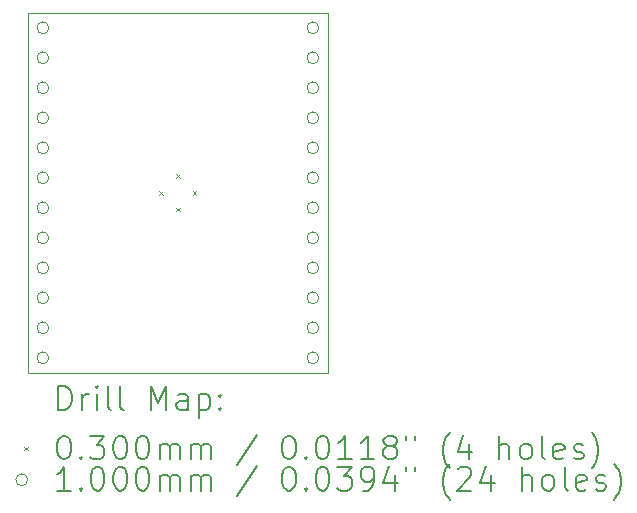
<source format=gbr>
%TF.GenerationSoftware,KiCad,Pcbnew,9.0.6*%
%TF.CreationDate,2025-12-31T14:00:52-06:00*%
%TF.ProjectId,QFN-20_4x4,51464e2d-3230-45f3-9478-342e6b696361,rev?*%
%TF.SameCoordinates,Original*%
%TF.FileFunction,Drillmap*%
%TF.FilePolarity,Positive*%
%FSLAX45Y45*%
G04 Gerber Fmt 4.5, Leading zero omitted, Abs format (unit mm)*
G04 Created by KiCad (PCBNEW 9.0.6) date 2025-12-31 14:00:52*
%MOMM*%
%LPD*%
G01*
G04 APERTURE LIST*
%ADD10C,0.050000*%
%ADD11C,0.200000*%
%ADD12C,0.100000*%
G04 APERTURE END LIST*
D10*
X12573000Y-10541000D02*
X15113000Y-10541000D01*
X15113000Y-13589000D01*
X12573000Y-13589000D01*
X12573000Y-10541000D01*
D11*
D12*
X13686579Y-12050000D02*
X13716579Y-12080000D01*
X13716579Y-12050000D02*
X13686579Y-12080000D01*
X13828000Y-11908579D02*
X13858000Y-11938579D01*
X13858000Y-11908579D02*
X13828000Y-11938579D01*
X13828000Y-12191421D02*
X13858000Y-12221421D01*
X13858000Y-12191421D02*
X13828000Y-12221421D01*
X13969421Y-12050000D02*
X13999421Y-12080000D01*
X13999421Y-12050000D02*
X13969421Y-12080000D01*
X12750000Y-10668000D02*
G75*
G02*
X12650000Y-10668000I-50000J0D01*
G01*
X12650000Y-10668000D02*
G75*
G02*
X12750000Y-10668000I50000J0D01*
G01*
X12750000Y-10922000D02*
G75*
G02*
X12650000Y-10922000I-50000J0D01*
G01*
X12650000Y-10922000D02*
G75*
G02*
X12750000Y-10922000I50000J0D01*
G01*
X12750000Y-11176000D02*
G75*
G02*
X12650000Y-11176000I-50000J0D01*
G01*
X12650000Y-11176000D02*
G75*
G02*
X12750000Y-11176000I50000J0D01*
G01*
X12750000Y-11430000D02*
G75*
G02*
X12650000Y-11430000I-50000J0D01*
G01*
X12650000Y-11430000D02*
G75*
G02*
X12750000Y-11430000I50000J0D01*
G01*
X12750000Y-11684000D02*
G75*
G02*
X12650000Y-11684000I-50000J0D01*
G01*
X12650000Y-11684000D02*
G75*
G02*
X12750000Y-11684000I50000J0D01*
G01*
X12750000Y-11938000D02*
G75*
G02*
X12650000Y-11938000I-50000J0D01*
G01*
X12650000Y-11938000D02*
G75*
G02*
X12750000Y-11938000I50000J0D01*
G01*
X12750000Y-12192000D02*
G75*
G02*
X12650000Y-12192000I-50000J0D01*
G01*
X12650000Y-12192000D02*
G75*
G02*
X12750000Y-12192000I50000J0D01*
G01*
X12750000Y-12446000D02*
G75*
G02*
X12650000Y-12446000I-50000J0D01*
G01*
X12650000Y-12446000D02*
G75*
G02*
X12750000Y-12446000I50000J0D01*
G01*
X12750000Y-12700000D02*
G75*
G02*
X12650000Y-12700000I-50000J0D01*
G01*
X12650000Y-12700000D02*
G75*
G02*
X12750000Y-12700000I50000J0D01*
G01*
X12750000Y-12954000D02*
G75*
G02*
X12650000Y-12954000I-50000J0D01*
G01*
X12650000Y-12954000D02*
G75*
G02*
X12750000Y-12954000I50000J0D01*
G01*
X12750000Y-13208000D02*
G75*
G02*
X12650000Y-13208000I-50000J0D01*
G01*
X12650000Y-13208000D02*
G75*
G02*
X12750000Y-13208000I50000J0D01*
G01*
X12750000Y-13462000D02*
G75*
G02*
X12650000Y-13462000I-50000J0D01*
G01*
X12650000Y-13462000D02*
G75*
G02*
X12750000Y-13462000I50000J0D01*
G01*
X15036000Y-10668000D02*
G75*
G02*
X14936000Y-10668000I-50000J0D01*
G01*
X14936000Y-10668000D02*
G75*
G02*
X15036000Y-10668000I50000J0D01*
G01*
X15036000Y-10922000D02*
G75*
G02*
X14936000Y-10922000I-50000J0D01*
G01*
X14936000Y-10922000D02*
G75*
G02*
X15036000Y-10922000I50000J0D01*
G01*
X15036000Y-11176000D02*
G75*
G02*
X14936000Y-11176000I-50000J0D01*
G01*
X14936000Y-11176000D02*
G75*
G02*
X15036000Y-11176000I50000J0D01*
G01*
X15036000Y-11430000D02*
G75*
G02*
X14936000Y-11430000I-50000J0D01*
G01*
X14936000Y-11430000D02*
G75*
G02*
X15036000Y-11430000I50000J0D01*
G01*
X15036000Y-11684000D02*
G75*
G02*
X14936000Y-11684000I-50000J0D01*
G01*
X14936000Y-11684000D02*
G75*
G02*
X15036000Y-11684000I50000J0D01*
G01*
X15036000Y-11938000D02*
G75*
G02*
X14936000Y-11938000I-50000J0D01*
G01*
X14936000Y-11938000D02*
G75*
G02*
X15036000Y-11938000I50000J0D01*
G01*
X15036000Y-12192000D02*
G75*
G02*
X14936000Y-12192000I-50000J0D01*
G01*
X14936000Y-12192000D02*
G75*
G02*
X15036000Y-12192000I50000J0D01*
G01*
X15036000Y-12446000D02*
G75*
G02*
X14936000Y-12446000I-50000J0D01*
G01*
X14936000Y-12446000D02*
G75*
G02*
X15036000Y-12446000I50000J0D01*
G01*
X15036000Y-12700000D02*
G75*
G02*
X14936000Y-12700000I-50000J0D01*
G01*
X14936000Y-12700000D02*
G75*
G02*
X15036000Y-12700000I50000J0D01*
G01*
X15036000Y-12954000D02*
G75*
G02*
X14936000Y-12954000I-50000J0D01*
G01*
X14936000Y-12954000D02*
G75*
G02*
X15036000Y-12954000I50000J0D01*
G01*
X15036000Y-13208000D02*
G75*
G02*
X14936000Y-13208000I-50000J0D01*
G01*
X14936000Y-13208000D02*
G75*
G02*
X15036000Y-13208000I50000J0D01*
G01*
X15036000Y-13462000D02*
G75*
G02*
X14936000Y-13462000I-50000J0D01*
G01*
X14936000Y-13462000D02*
G75*
G02*
X15036000Y-13462000I50000J0D01*
G01*
D11*
X12831277Y-13902984D02*
X12831277Y-13702984D01*
X12831277Y-13702984D02*
X12878896Y-13702984D01*
X12878896Y-13702984D02*
X12907467Y-13712508D01*
X12907467Y-13712508D02*
X12926515Y-13731555D01*
X12926515Y-13731555D02*
X12936039Y-13750603D01*
X12936039Y-13750603D02*
X12945562Y-13788698D01*
X12945562Y-13788698D02*
X12945562Y-13817269D01*
X12945562Y-13817269D02*
X12936039Y-13855365D01*
X12936039Y-13855365D02*
X12926515Y-13874412D01*
X12926515Y-13874412D02*
X12907467Y-13893460D01*
X12907467Y-13893460D02*
X12878896Y-13902984D01*
X12878896Y-13902984D02*
X12831277Y-13902984D01*
X13031277Y-13902984D02*
X13031277Y-13769650D01*
X13031277Y-13807746D02*
X13040801Y-13788698D01*
X13040801Y-13788698D02*
X13050324Y-13779174D01*
X13050324Y-13779174D02*
X13069372Y-13769650D01*
X13069372Y-13769650D02*
X13088420Y-13769650D01*
X13155086Y-13902984D02*
X13155086Y-13769650D01*
X13155086Y-13702984D02*
X13145562Y-13712508D01*
X13145562Y-13712508D02*
X13155086Y-13722031D01*
X13155086Y-13722031D02*
X13164610Y-13712508D01*
X13164610Y-13712508D02*
X13155086Y-13702984D01*
X13155086Y-13702984D02*
X13155086Y-13722031D01*
X13278896Y-13902984D02*
X13259848Y-13893460D01*
X13259848Y-13893460D02*
X13250324Y-13874412D01*
X13250324Y-13874412D02*
X13250324Y-13702984D01*
X13383658Y-13902984D02*
X13364610Y-13893460D01*
X13364610Y-13893460D02*
X13355086Y-13874412D01*
X13355086Y-13874412D02*
X13355086Y-13702984D01*
X13612229Y-13902984D02*
X13612229Y-13702984D01*
X13612229Y-13702984D02*
X13678896Y-13845841D01*
X13678896Y-13845841D02*
X13745562Y-13702984D01*
X13745562Y-13702984D02*
X13745562Y-13902984D01*
X13926515Y-13902984D02*
X13926515Y-13798222D01*
X13926515Y-13798222D02*
X13916991Y-13779174D01*
X13916991Y-13779174D02*
X13897943Y-13769650D01*
X13897943Y-13769650D02*
X13859848Y-13769650D01*
X13859848Y-13769650D02*
X13840801Y-13779174D01*
X13926515Y-13893460D02*
X13907467Y-13902984D01*
X13907467Y-13902984D02*
X13859848Y-13902984D01*
X13859848Y-13902984D02*
X13840801Y-13893460D01*
X13840801Y-13893460D02*
X13831277Y-13874412D01*
X13831277Y-13874412D02*
X13831277Y-13855365D01*
X13831277Y-13855365D02*
X13840801Y-13836317D01*
X13840801Y-13836317D02*
X13859848Y-13826793D01*
X13859848Y-13826793D02*
X13907467Y-13826793D01*
X13907467Y-13826793D02*
X13926515Y-13817269D01*
X14021753Y-13769650D02*
X14021753Y-13969650D01*
X14021753Y-13779174D02*
X14040801Y-13769650D01*
X14040801Y-13769650D02*
X14078896Y-13769650D01*
X14078896Y-13769650D02*
X14097943Y-13779174D01*
X14097943Y-13779174D02*
X14107467Y-13788698D01*
X14107467Y-13788698D02*
X14116991Y-13807746D01*
X14116991Y-13807746D02*
X14116991Y-13864888D01*
X14116991Y-13864888D02*
X14107467Y-13883936D01*
X14107467Y-13883936D02*
X14097943Y-13893460D01*
X14097943Y-13893460D02*
X14078896Y-13902984D01*
X14078896Y-13902984D02*
X14040801Y-13902984D01*
X14040801Y-13902984D02*
X14021753Y-13893460D01*
X14202705Y-13883936D02*
X14212229Y-13893460D01*
X14212229Y-13893460D02*
X14202705Y-13902984D01*
X14202705Y-13902984D02*
X14193182Y-13893460D01*
X14193182Y-13893460D02*
X14202705Y-13883936D01*
X14202705Y-13883936D02*
X14202705Y-13902984D01*
X14202705Y-13779174D02*
X14212229Y-13788698D01*
X14212229Y-13788698D02*
X14202705Y-13798222D01*
X14202705Y-13798222D02*
X14193182Y-13788698D01*
X14193182Y-13788698D02*
X14202705Y-13779174D01*
X14202705Y-13779174D02*
X14202705Y-13798222D01*
D12*
X12540500Y-14216500D02*
X12570500Y-14246500D01*
X12570500Y-14216500D02*
X12540500Y-14246500D01*
D11*
X12869372Y-14122984D02*
X12888420Y-14122984D01*
X12888420Y-14122984D02*
X12907467Y-14132508D01*
X12907467Y-14132508D02*
X12916991Y-14142031D01*
X12916991Y-14142031D02*
X12926515Y-14161079D01*
X12926515Y-14161079D02*
X12936039Y-14199174D01*
X12936039Y-14199174D02*
X12936039Y-14246793D01*
X12936039Y-14246793D02*
X12926515Y-14284888D01*
X12926515Y-14284888D02*
X12916991Y-14303936D01*
X12916991Y-14303936D02*
X12907467Y-14313460D01*
X12907467Y-14313460D02*
X12888420Y-14322984D01*
X12888420Y-14322984D02*
X12869372Y-14322984D01*
X12869372Y-14322984D02*
X12850324Y-14313460D01*
X12850324Y-14313460D02*
X12840801Y-14303936D01*
X12840801Y-14303936D02*
X12831277Y-14284888D01*
X12831277Y-14284888D02*
X12821753Y-14246793D01*
X12821753Y-14246793D02*
X12821753Y-14199174D01*
X12821753Y-14199174D02*
X12831277Y-14161079D01*
X12831277Y-14161079D02*
X12840801Y-14142031D01*
X12840801Y-14142031D02*
X12850324Y-14132508D01*
X12850324Y-14132508D02*
X12869372Y-14122984D01*
X13021753Y-14303936D02*
X13031277Y-14313460D01*
X13031277Y-14313460D02*
X13021753Y-14322984D01*
X13021753Y-14322984D02*
X13012229Y-14313460D01*
X13012229Y-14313460D02*
X13021753Y-14303936D01*
X13021753Y-14303936D02*
X13021753Y-14322984D01*
X13097943Y-14122984D02*
X13221753Y-14122984D01*
X13221753Y-14122984D02*
X13155086Y-14199174D01*
X13155086Y-14199174D02*
X13183658Y-14199174D01*
X13183658Y-14199174D02*
X13202705Y-14208698D01*
X13202705Y-14208698D02*
X13212229Y-14218222D01*
X13212229Y-14218222D02*
X13221753Y-14237269D01*
X13221753Y-14237269D02*
X13221753Y-14284888D01*
X13221753Y-14284888D02*
X13212229Y-14303936D01*
X13212229Y-14303936D02*
X13202705Y-14313460D01*
X13202705Y-14313460D02*
X13183658Y-14322984D01*
X13183658Y-14322984D02*
X13126515Y-14322984D01*
X13126515Y-14322984D02*
X13107467Y-14313460D01*
X13107467Y-14313460D02*
X13097943Y-14303936D01*
X13345562Y-14122984D02*
X13364610Y-14122984D01*
X13364610Y-14122984D02*
X13383658Y-14132508D01*
X13383658Y-14132508D02*
X13393182Y-14142031D01*
X13393182Y-14142031D02*
X13402705Y-14161079D01*
X13402705Y-14161079D02*
X13412229Y-14199174D01*
X13412229Y-14199174D02*
X13412229Y-14246793D01*
X13412229Y-14246793D02*
X13402705Y-14284888D01*
X13402705Y-14284888D02*
X13393182Y-14303936D01*
X13393182Y-14303936D02*
X13383658Y-14313460D01*
X13383658Y-14313460D02*
X13364610Y-14322984D01*
X13364610Y-14322984D02*
X13345562Y-14322984D01*
X13345562Y-14322984D02*
X13326515Y-14313460D01*
X13326515Y-14313460D02*
X13316991Y-14303936D01*
X13316991Y-14303936D02*
X13307467Y-14284888D01*
X13307467Y-14284888D02*
X13297943Y-14246793D01*
X13297943Y-14246793D02*
X13297943Y-14199174D01*
X13297943Y-14199174D02*
X13307467Y-14161079D01*
X13307467Y-14161079D02*
X13316991Y-14142031D01*
X13316991Y-14142031D02*
X13326515Y-14132508D01*
X13326515Y-14132508D02*
X13345562Y-14122984D01*
X13536039Y-14122984D02*
X13555086Y-14122984D01*
X13555086Y-14122984D02*
X13574134Y-14132508D01*
X13574134Y-14132508D02*
X13583658Y-14142031D01*
X13583658Y-14142031D02*
X13593182Y-14161079D01*
X13593182Y-14161079D02*
X13602705Y-14199174D01*
X13602705Y-14199174D02*
X13602705Y-14246793D01*
X13602705Y-14246793D02*
X13593182Y-14284888D01*
X13593182Y-14284888D02*
X13583658Y-14303936D01*
X13583658Y-14303936D02*
X13574134Y-14313460D01*
X13574134Y-14313460D02*
X13555086Y-14322984D01*
X13555086Y-14322984D02*
X13536039Y-14322984D01*
X13536039Y-14322984D02*
X13516991Y-14313460D01*
X13516991Y-14313460D02*
X13507467Y-14303936D01*
X13507467Y-14303936D02*
X13497943Y-14284888D01*
X13497943Y-14284888D02*
X13488420Y-14246793D01*
X13488420Y-14246793D02*
X13488420Y-14199174D01*
X13488420Y-14199174D02*
X13497943Y-14161079D01*
X13497943Y-14161079D02*
X13507467Y-14142031D01*
X13507467Y-14142031D02*
X13516991Y-14132508D01*
X13516991Y-14132508D02*
X13536039Y-14122984D01*
X13688420Y-14322984D02*
X13688420Y-14189650D01*
X13688420Y-14208698D02*
X13697943Y-14199174D01*
X13697943Y-14199174D02*
X13716991Y-14189650D01*
X13716991Y-14189650D02*
X13745563Y-14189650D01*
X13745563Y-14189650D02*
X13764610Y-14199174D01*
X13764610Y-14199174D02*
X13774134Y-14218222D01*
X13774134Y-14218222D02*
X13774134Y-14322984D01*
X13774134Y-14218222D02*
X13783658Y-14199174D01*
X13783658Y-14199174D02*
X13802705Y-14189650D01*
X13802705Y-14189650D02*
X13831277Y-14189650D01*
X13831277Y-14189650D02*
X13850324Y-14199174D01*
X13850324Y-14199174D02*
X13859848Y-14218222D01*
X13859848Y-14218222D02*
X13859848Y-14322984D01*
X13955086Y-14322984D02*
X13955086Y-14189650D01*
X13955086Y-14208698D02*
X13964610Y-14199174D01*
X13964610Y-14199174D02*
X13983658Y-14189650D01*
X13983658Y-14189650D02*
X14012229Y-14189650D01*
X14012229Y-14189650D02*
X14031277Y-14199174D01*
X14031277Y-14199174D02*
X14040801Y-14218222D01*
X14040801Y-14218222D02*
X14040801Y-14322984D01*
X14040801Y-14218222D02*
X14050324Y-14199174D01*
X14050324Y-14199174D02*
X14069372Y-14189650D01*
X14069372Y-14189650D02*
X14097943Y-14189650D01*
X14097943Y-14189650D02*
X14116991Y-14199174D01*
X14116991Y-14199174D02*
X14126515Y-14218222D01*
X14126515Y-14218222D02*
X14126515Y-14322984D01*
X14516991Y-14113460D02*
X14345563Y-14370603D01*
X14774134Y-14122984D02*
X14793182Y-14122984D01*
X14793182Y-14122984D02*
X14812229Y-14132508D01*
X14812229Y-14132508D02*
X14821753Y-14142031D01*
X14821753Y-14142031D02*
X14831277Y-14161079D01*
X14831277Y-14161079D02*
X14840801Y-14199174D01*
X14840801Y-14199174D02*
X14840801Y-14246793D01*
X14840801Y-14246793D02*
X14831277Y-14284888D01*
X14831277Y-14284888D02*
X14821753Y-14303936D01*
X14821753Y-14303936D02*
X14812229Y-14313460D01*
X14812229Y-14313460D02*
X14793182Y-14322984D01*
X14793182Y-14322984D02*
X14774134Y-14322984D01*
X14774134Y-14322984D02*
X14755086Y-14313460D01*
X14755086Y-14313460D02*
X14745563Y-14303936D01*
X14745563Y-14303936D02*
X14736039Y-14284888D01*
X14736039Y-14284888D02*
X14726515Y-14246793D01*
X14726515Y-14246793D02*
X14726515Y-14199174D01*
X14726515Y-14199174D02*
X14736039Y-14161079D01*
X14736039Y-14161079D02*
X14745563Y-14142031D01*
X14745563Y-14142031D02*
X14755086Y-14132508D01*
X14755086Y-14132508D02*
X14774134Y-14122984D01*
X14926515Y-14303936D02*
X14936039Y-14313460D01*
X14936039Y-14313460D02*
X14926515Y-14322984D01*
X14926515Y-14322984D02*
X14916991Y-14313460D01*
X14916991Y-14313460D02*
X14926515Y-14303936D01*
X14926515Y-14303936D02*
X14926515Y-14322984D01*
X15059848Y-14122984D02*
X15078896Y-14122984D01*
X15078896Y-14122984D02*
X15097944Y-14132508D01*
X15097944Y-14132508D02*
X15107467Y-14142031D01*
X15107467Y-14142031D02*
X15116991Y-14161079D01*
X15116991Y-14161079D02*
X15126515Y-14199174D01*
X15126515Y-14199174D02*
X15126515Y-14246793D01*
X15126515Y-14246793D02*
X15116991Y-14284888D01*
X15116991Y-14284888D02*
X15107467Y-14303936D01*
X15107467Y-14303936D02*
X15097944Y-14313460D01*
X15097944Y-14313460D02*
X15078896Y-14322984D01*
X15078896Y-14322984D02*
X15059848Y-14322984D01*
X15059848Y-14322984D02*
X15040801Y-14313460D01*
X15040801Y-14313460D02*
X15031277Y-14303936D01*
X15031277Y-14303936D02*
X15021753Y-14284888D01*
X15021753Y-14284888D02*
X15012229Y-14246793D01*
X15012229Y-14246793D02*
X15012229Y-14199174D01*
X15012229Y-14199174D02*
X15021753Y-14161079D01*
X15021753Y-14161079D02*
X15031277Y-14142031D01*
X15031277Y-14142031D02*
X15040801Y-14132508D01*
X15040801Y-14132508D02*
X15059848Y-14122984D01*
X15316991Y-14322984D02*
X15202706Y-14322984D01*
X15259848Y-14322984D02*
X15259848Y-14122984D01*
X15259848Y-14122984D02*
X15240801Y-14151555D01*
X15240801Y-14151555D02*
X15221753Y-14170603D01*
X15221753Y-14170603D02*
X15202706Y-14180127D01*
X15507467Y-14322984D02*
X15393182Y-14322984D01*
X15450325Y-14322984D02*
X15450325Y-14122984D01*
X15450325Y-14122984D02*
X15431277Y-14151555D01*
X15431277Y-14151555D02*
X15412229Y-14170603D01*
X15412229Y-14170603D02*
X15393182Y-14180127D01*
X15621753Y-14208698D02*
X15602706Y-14199174D01*
X15602706Y-14199174D02*
X15593182Y-14189650D01*
X15593182Y-14189650D02*
X15583658Y-14170603D01*
X15583658Y-14170603D02*
X15583658Y-14161079D01*
X15583658Y-14161079D02*
X15593182Y-14142031D01*
X15593182Y-14142031D02*
X15602706Y-14132508D01*
X15602706Y-14132508D02*
X15621753Y-14122984D01*
X15621753Y-14122984D02*
X15659848Y-14122984D01*
X15659848Y-14122984D02*
X15678896Y-14132508D01*
X15678896Y-14132508D02*
X15688420Y-14142031D01*
X15688420Y-14142031D02*
X15697944Y-14161079D01*
X15697944Y-14161079D02*
X15697944Y-14170603D01*
X15697944Y-14170603D02*
X15688420Y-14189650D01*
X15688420Y-14189650D02*
X15678896Y-14199174D01*
X15678896Y-14199174D02*
X15659848Y-14208698D01*
X15659848Y-14208698D02*
X15621753Y-14208698D01*
X15621753Y-14208698D02*
X15602706Y-14218222D01*
X15602706Y-14218222D02*
X15593182Y-14227746D01*
X15593182Y-14227746D02*
X15583658Y-14246793D01*
X15583658Y-14246793D02*
X15583658Y-14284888D01*
X15583658Y-14284888D02*
X15593182Y-14303936D01*
X15593182Y-14303936D02*
X15602706Y-14313460D01*
X15602706Y-14313460D02*
X15621753Y-14322984D01*
X15621753Y-14322984D02*
X15659848Y-14322984D01*
X15659848Y-14322984D02*
X15678896Y-14313460D01*
X15678896Y-14313460D02*
X15688420Y-14303936D01*
X15688420Y-14303936D02*
X15697944Y-14284888D01*
X15697944Y-14284888D02*
X15697944Y-14246793D01*
X15697944Y-14246793D02*
X15688420Y-14227746D01*
X15688420Y-14227746D02*
X15678896Y-14218222D01*
X15678896Y-14218222D02*
X15659848Y-14208698D01*
X15774134Y-14122984D02*
X15774134Y-14161079D01*
X15850325Y-14122984D02*
X15850325Y-14161079D01*
X16145563Y-14399174D02*
X16136039Y-14389650D01*
X16136039Y-14389650D02*
X16116991Y-14361079D01*
X16116991Y-14361079D02*
X16107468Y-14342031D01*
X16107468Y-14342031D02*
X16097944Y-14313460D01*
X16097944Y-14313460D02*
X16088420Y-14265841D01*
X16088420Y-14265841D02*
X16088420Y-14227746D01*
X16088420Y-14227746D02*
X16097944Y-14180127D01*
X16097944Y-14180127D02*
X16107468Y-14151555D01*
X16107468Y-14151555D02*
X16116991Y-14132508D01*
X16116991Y-14132508D02*
X16136039Y-14103936D01*
X16136039Y-14103936D02*
X16145563Y-14094412D01*
X16307468Y-14189650D02*
X16307468Y-14322984D01*
X16259848Y-14113460D02*
X16212229Y-14256317D01*
X16212229Y-14256317D02*
X16336039Y-14256317D01*
X16564610Y-14322984D02*
X16564610Y-14122984D01*
X16650325Y-14322984D02*
X16650325Y-14218222D01*
X16650325Y-14218222D02*
X16640801Y-14199174D01*
X16640801Y-14199174D02*
X16621753Y-14189650D01*
X16621753Y-14189650D02*
X16593182Y-14189650D01*
X16593182Y-14189650D02*
X16574134Y-14199174D01*
X16574134Y-14199174D02*
X16564610Y-14208698D01*
X16774134Y-14322984D02*
X16755087Y-14313460D01*
X16755087Y-14313460D02*
X16745563Y-14303936D01*
X16745563Y-14303936D02*
X16736039Y-14284888D01*
X16736039Y-14284888D02*
X16736039Y-14227746D01*
X16736039Y-14227746D02*
X16745563Y-14208698D01*
X16745563Y-14208698D02*
X16755087Y-14199174D01*
X16755087Y-14199174D02*
X16774134Y-14189650D01*
X16774134Y-14189650D02*
X16802706Y-14189650D01*
X16802706Y-14189650D02*
X16821753Y-14199174D01*
X16821753Y-14199174D02*
X16831277Y-14208698D01*
X16831277Y-14208698D02*
X16840801Y-14227746D01*
X16840801Y-14227746D02*
X16840801Y-14284888D01*
X16840801Y-14284888D02*
X16831277Y-14303936D01*
X16831277Y-14303936D02*
X16821753Y-14313460D01*
X16821753Y-14313460D02*
X16802706Y-14322984D01*
X16802706Y-14322984D02*
X16774134Y-14322984D01*
X16955087Y-14322984D02*
X16936039Y-14313460D01*
X16936039Y-14313460D02*
X16926515Y-14294412D01*
X16926515Y-14294412D02*
X16926515Y-14122984D01*
X17107468Y-14313460D02*
X17088420Y-14322984D01*
X17088420Y-14322984D02*
X17050325Y-14322984D01*
X17050325Y-14322984D02*
X17031277Y-14313460D01*
X17031277Y-14313460D02*
X17021753Y-14294412D01*
X17021753Y-14294412D02*
X17021753Y-14218222D01*
X17021753Y-14218222D02*
X17031277Y-14199174D01*
X17031277Y-14199174D02*
X17050325Y-14189650D01*
X17050325Y-14189650D02*
X17088420Y-14189650D01*
X17088420Y-14189650D02*
X17107468Y-14199174D01*
X17107468Y-14199174D02*
X17116992Y-14218222D01*
X17116992Y-14218222D02*
X17116992Y-14237269D01*
X17116992Y-14237269D02*
X17021753Y-14256317D01*
X17193182Y-14313460D02*
X17212230Y-14322984D01*
X17212230Y-14322984D02*
X17250325Y-14322984D01*
X17250325Y-14322984D02*
X17269373Y-14313460D01*
X17269373Y-14313460D02*
X17278896Y-14294412D01*
X17278896Y-14294412D02*
X17278896Y-14284888D01*
X17278896Y-14284888D02*
X17269373Y-14265841D01*
X17269373Y-14265841D02*
X17250325Y-14256317D01*
X17250325Y-14256317D02*
X17221753Y-14256317D01*
X17221753Y-14256317D02*
X17202706Y-14246793D01*
X17202706Y-14246793D02*
X17193182Y-14227746D01*
X17193182Y-14227746D02*
X17193182Y-14218222D01*
X17193182Y-14218222D02*
X17202706Y-14199174D01*
X17202706Y-14199174D02*
X17221753Y-14189650D01*
X17221753Y-14189650D02*
X17250325Y-14189650D01*
X17250325Y-14189650D02*
X17269373Y-14199174D01*
X17345563Y-14399174D02*
X17355087Y-14389650D01*
X17355087Y-14389650D02*
X17374134Y-14361079D01*
X17374134Y-14361079D02*
X17383658Y-14342031D01*
X17383658Y-14342031D02*
X17393182Y-14313460D01*
X17393182Y-14313460D02*
X17402706Y-14265841D01*
X17402706Y-14265841D02*
X17402706Y-14227746D01*
X17402706Y-14227746D02*
X17393182Y-14180127D01*
X17393182Y-14180127D02*
X17383658Y-14151555D01*
X17383658Y-14151555D02*
X17374134Y-14132508D01*
X17374134Y-14132508D02*
X17355087Y-14103936D01*
X17355087Y-14103936D02*
X17345563Y-14094412D01*
D12*
X12570500Y-14495500D02*
G75*
G02*
X12470500Y-14495500I-50000J0D01*
G01*
X12470500Y-14495500D02*
G75*
G02*
X12570500Y-14495500I50000J0D01*
G01*
D11*
X12936039Y-14586984D02*
X12821753Y-14586984D01*
X12878896Y-14586984D02*
X12878896Y-14386984D01*
X12878896Y-14386984D02*
X12859848Y-14415555D01*
X12859848Y-14415555D02*
X12840801Y-14434603D01*
X12840801Y-14434603D02*
X12821753Y-14444127D01*
X13021753Y-14567936D02*
X13031277Y-14577460D01*
X13031277Y-14577460D02*
X13021753Y-14586984D01*
X13021753Y-14586984D02*
X13012229Y-14577460D01*
X13012229Y-14577460D02*
X13021753Y-14567936D01*
X13021753Y-14567936D02*
X13021753Y-14586984D01*
X13155086Y-14386984D02*
X13174134Y-14386984D01*
X13174134Y-14386984D02*
X13193182Y-14396508D01*
X13193182Y-14396508D02*
X13202705Y-14406031D01*
X13202705Y-14406031D02*
X13212229Y-14425079D01*
X13212229Y-14425079D02*
X13221753Y-14463174D01*
X13221753Y-14463174D02*
X13221753Y-14510793D01*
X13221753Y-14510793D02*
X13212229Y-14548888D01*
X13212229Y-14548888D02*
X13202705Y-14567936D01*
X13202705Y-14567936D02*
X13193182Y-14577460D01*
X13193182Y-14577460D02*
X13174134Y-14586984D01*
X13174134Y-14586984D02*
X13155086Y-14586984D01*
X13155086Y-14586984D02*
X13136039Y-14577460D01*
X13136039Y-14577460D02*
X13126515Y-14567936D01*
X13126515Y-14567936D02*
X13116991Y-14548888D01*
X13116991Y-14548888D02*
X13107467Y-14510793D01*
X13107467Y-14510793D02*
X13107467Y-14463174D01*
X13107467Y-14463174D02*
X13116991Y-14425079D01*
X13116991Y-14425079D02*
X13126515Y-14406031D01*
X13126515Y-14406031D02*
X13136039Y-14396508D01*
X13136039Y-14396508D02*
X13155086Y-14386984D01*
X13345562Y-14386984D02*
X13364610Y-14386984D01*
X13364610Y-14386984D02*
X13383658Y-14396508D01*
X13383658Y-14396508D02*
X13393182Y-14406031D01*
X13393182Y-14406031D02*
X13402705Y-14425079D01*
X13402705Y-14425079D02*
X13412229Y-14463174D01*
X13412229Y-14463174D02*
X13412229Y-14510793D01*
X13412229Y-14510793D02*
X13402705Y-14548888D01*
X13402705Y-14548888D02*
X13393182Y-14567936D01*
X13393182Y-14567936D02*
X13383658Y-14577460D01*
X13383658Y-14577460D02*
X13364610Y-14586984D01*
X13364610Y-14586984D02*
X13345562Y-14586984D01*
X13345562Y-14586984D02*
X13326515Y-14577460D01*
X13326515Y-14577460D02*
X13316991Y-14567936D01*
X13316991Y-14567936D02*
X13307467Y-14548888D01*
X13307467Y-14548888D02*
X13297943Y-14510793D01*
X13297943Y-14510793D02*
X13297943Y-14463174D01*
X13297943Y-14463174D02*
X13307467Y-14425079D01*
X13307467Y-14425079D02*
X13316991Y-14406031D01*
X13316991Y-14406031D02*
X13326515Y-14396508D01*
X13326515Y-14396508D02*
X13345562Y-14386984D01*
X13536039Y-14386984D02*
X13555086Y-14386984D01*
X13555086Y-14386984D02*
X13574134Y-14396508D01*
X13574134Y-14396508D02*
X13583658Y-14406031D01*
X13583658Y-14406031D02*
X13593182Y-14425079D01*
X13593182Y-14425079D02*
X13602705Y-14463174D01*
X13602705Y-14463174D02*
X13602705Y-14510793D01*
X13602705Y-14510793D02*
X13593182Y-14548888D01*
X13593182Y-14548888D02*
X13583658Y-14567936D01*
X13583658Y-14567936D02*
X13574134Y-14577460D01*
X13574134Y-14577460D02*
X13555086Y-14586984D01*
X13555086Y-14586984D02*
X13536039Y-14586984D01*
X13536039Y-14586984D02*
X13516991Y-14577460D01*
X13516991Y-14577460D02*
X13507467Y-14567936D01*
X13507467Y-14567936D02*
X13497943Y-14548888D01*
X13497943Y-14548888D02*
X13488420Y-14510793D01*
X13488420Y-14510793D02*
X13488420Y-14463174D01*
X13488420Y-14463174D02*
X13497943Y-14425079D01*
X13497943Y-14425079D02*
X13507467Y-14406031D01*
X13507467Y-14406031D02*
X13516991Y-14396508D01*
X13516991Y-14396508D02*
X13536039Y-14386984D01*
X13688420Y-14586984D02*
X13688420Y-14453650D01*
X13688420Y-14472698D02*
X13697943Y-14463174D01*
X13697943Y-14463174D02*
X13716991Y-14453650D01*
X13716991Y-14453650D02*
X13745563Y-14453650D01*
X13745563Y-14453650D02*
X13764610Y-14463174D01*
X13764610Y-14463174D02*
X13774134Y-14482222D01*
X13774134Y-14482222D02*
X13774134Y-14586984D01*
X13774134Y-14482222D02*
X13783658Y-14463174D01*
X13783658Y-14463174D02*
X13802705Y-14453650D01*
X13802705Y-14453650D02*
X13831277Y-14453650D01*
X13831277Y-14453650D02*
X13850324Y-14463174D01*
X13850324Y-14463174D02*
X13859848Y-14482222D01*
X13859848Y-14482222D02*
X13859848Y-14586984D01*
X13955086Y-14586984D02*
X13955086Y-14453650D01*
X13955086Y-14472698D02*
X13964610Y-14463174D01*
X13964610Y-14463174D02*
X13983658Y-14453650D01*
X13983658Y-14453650D02*
X14012229Y-14453650D01*
X14012229Y-14453650D02*
X14031277Y-14463174D01*
X14031277Y-14463174D02*
X14040801Y-14482222D01*
X14040801Y-14482222D02*
X14040801Y-14586984D01*
X14040801Y-14482222D02*
X14050324Y-14463174D01*
X14050324Y-14463174D02*
X14069372Y-14453650D01*
X14069372Y-14453650D02*
X14097943Y-14453650D01*
X14097943Y-14453650D02*
X14116991Y-14463174D01*
X14116991Y-14463174D02*
X14126515Y-14482222D01*
X14126515Y-14482222D02*
X14126515Y-14586984D01*
X14516991Y-14377460D02*
X14345563Y-14634603D01*
X14774134Y-14386984D02*
X14793182Y-14386984D01*
X14793182Y-14386984D02*
X14812229Y-14396508D01*
X14812229Y-14396508D02*
X14821753Y-14406031D01*
X14821753Y-14406031D02*
X14831277Y-14425079D01*
X14831277Y-14425079D02*
X14840801Y-14463174D01*
X14840801Y-14463174D02*
X14840801Y-14510793D01*
X14840801Y-14510793D02*
X14831277Y-14548888D01*
X14831277Y-14548888D02*
X14821753Y-14567936D01*
X14821753Y-14567936D02*
X14812229Y-14577460D01*
X14812229Y-14577460D02*
X14793182Y-14586984D01*
X14793182Y-14586984D02*
X14774134Y-14586984D01*
X14774134Y-14586984D02*
X14755086Y-14577460D01*
X14755086Y-14577460D02*
X14745563Y-14567936D01*
X14745563Y-14567936D02*
X14736039Y-14548888D01*
X14736039Y-14548888D02*
X14726515Y-14510793D01*
X14726515Y-14510793D02*
X14726515Y-14463174D01*
X14726515Y-14463174D02*
X14736039Y-14425079D01*
X14736039Y-14425079D02*
X14745563Y-14406031D01*
X14745563Y-14406031D02*
X14755086Y-14396508D01*
X14755086Y-14396508D02*
X14774134Y-14386984D01*
X14926515Y-14567936D02*
X14936039Y-14577460D01*
X14936039Y-14577460D02*
X14926515Y-14586984D01*
X14926515Y-14586984D02*
X14916991Y-14577460D01*
X14916991Y-14577460D02*
X14926515Y-14567936D01*
X14926515Y-14567936D02*
X14926515Y-14586984D01*
X15059848Y-14386984D02*
X15078896Y-14386984D01*
X15078896Y-14386984D02*
X15097944Y-14396508D01*
X15097944Y-14396508D02*
X15107467Y-14406031D01*
X15107467Y-14406031D02*
X15116991Y-14425079D01*
X15116991Y-14425079D02*
X15126515Y-14463174D01*
X15126515Y-14463174D02*
X15126515Y-14510793D01*
X15126515Y-14510793D02*
X15116991Y-14548888D01*
X15116991Y-14548888D02*
X15107467Y-14567936D01*
X15107467Y-14567936D02*
X15097944Y-14577460D01*
X15097944Y-14577460D02*
X15078896Y-14586984D01*
X15078896Y-14586984D02*
X15059848Y-14586984D01*
X15059848Y-14586984D02*
X15040801Y-14577460D01*
X15040801Y-14577460D02*
X15031277Y-14567936D01*
X15031277Y-14567936D02*
X15021753Y-14548888D01*
X15021753Y-14548888D02*
X15012229Y-14510793D01*
X15012229Y-14510793D02*
X15012229Y-14463174D01*
X15012229Y-14463174D02*
X15021753Y-14425079D01*
X15021753Y-14425079D02*
X15031277Y-14406031D01*
X15031277Y-14406031D02*
X15040801Y-14396508D01*
X15040801Y-14396508D02*
X15059848Y-14386984D01*
X15193182Y-14386984D02*
X15316991Y-14386984D01*
X15316991Y-14386984D02*
X15250325Y-14463174D01*
X15250325Y-14463174D02*
X15278896Y-14463174D01*
X15278896Y-14463174D02*
X15297944Y-14472698D01*
X15297944Y-14472698D02*
X15307467Y-14482222D01*
X15307467Y-14482222D02*
X15316991Y-14501269D01*
X15316991Y-14501269D02*
X15316991Y-14548888D01*
X15316991Y-14548888D02*
X15307467Y-14567936D01*
X15307467Y-14567936D02*
X15297944Y-14577460D01*
X15297944Y-14577460D02*
X15278896Y-14586984D01*
X15278896Y-14586984D02*
X15221753Y-14586984D01*
X15221753Y-14586984D02*
X15202706Y-14577460D01*
X15202706Y-14577460D02*
X15193182Y-14567936D01*
X15412229Y-14586984D02*
X15450325Y-14586984D01*
X15450325Y-14586984D02*
X15469372Y-14577460D01*
X15469372Y-14577460D02*
X15478896Y-14567936D01*
X15478896Y-14567936D02*
X15497944Y-14539365D01*
X15497944Y-14539365D02*
X15507467Y-14501269D01*
X15507467Y-14501269D02*
X15507467Y-14425079D01*
X15507467Y-14425079D02*
X15497944Y-14406031D01*
X15497944Y-14406031D02*
X15488420Y-14396508D01*
X15488420Y-14396508D02*
X15469372Y-14386984D01*
X15469372Y-14386984D02*
X15431277Y-14386984D01*
X15431277Y-14386984D02*
X15412229Y-14396508D01*
X15412229Y-14396508D02*
X15402706Y-14406031D01*
X15402706Y-14406031D02*
X15393182Y-14425079D01*
X15393182Y-14425079D02*
X15393182Y-14472698D01*
X15393182Y-14472698D02*
X15402706Y-14491746D01*
X15402706Y-14491746D02*
X15412229Y-14501269D01*
X15412229Y-14501269D02*
X15431277Y-14510793D01*
X15431277Y-14510793D02*
X15469372Y-14510793D01*
X15469372Y-14510793D02*
X15488420Y-14501269D01*
X15488420Y-14501269D02*
X15497944Y-14491746D01*
X15497944Y-14491746D02*
X15507467Y-14472698D01*
X15678896Y-14453650D02*
X15678896Y-14586984D01*
X15631277Y-14377460D02*
X15583658Y-14520317D01*
X15583658Y-14520317D02*
X15707467Y-14520317D01*
X15774134Y-14386984D02*
X15774134Y-14425079D01*
X15850325Y-14386984D02*
X15850325Y-14425079D01*
X16145563Y-14663174D02*
X16136039Y-14653650D01*
X16136039Y-14653650D02*
X16116991Y-14625079D01*
X16116991Y-14625079D02*
X16107468Y-14606031D01*
X16107468Y-14606031D02*
X16097944Y-14577460D01*
X16097944Y-14577460D02*
X16088420Y-14529841D01*
X16088420Y-14529841D02*
X16088420Y-14491746D01*
X16088420Y-14491746D02*
X16097944Y-14444127D01*
X16097944Y-14444127D02*
X16107468Y-14415555D01*
X16107468Y-14415555D02*
X16116991Y-14396508D01*
X16116991Y-14396508D02*
X16136039Y-14367936D01*
X16136039Y-14367936D02*
X16145563Y-14358412D01*
X16212229Y-14406031D02*
X16221753Y-14396508D01*
X16221753Y-14396508D02*
X16240801Y-14386984D01*
X16240801Y-14386984D02*
X16288420Y-14386984D01*
X16288420Y-14386984D02*
X16307468Y-14396508D01*
X16307468Y-14396508D02*
X16316991Y-14406031D01*
X16316991Y-14406031D02*
X16326515Y-14425079D01*
X16326515Y-14425079D02*
X16326515Y-14444127D01*
X16326515Y-14444127D02*
X16316991Y-14472698D01*
X16316991Y-14472698D02*
X16202706Y-14586984D01*
X16202706Y-14586984D02*
X16326515Y-14586984D01*
X16497944Y-14453650D02*
X16497944Y-14586984D01*
X16450325Y-14377460D02*
X16402706Y-14520317D01*
X16402706Y-14520317D02*
X16526515Y-14520317D01*
X16755087Y-14586984D02*
X16755087Y-14386984D01*
X16840801Y-14586984D02*
X16840801Y-14482222D01*
X16840801Y-14482222D02*
X16831277Y-14463174D01*
X16831277Y-14463174D02*
X16812230Y-14453650D01*
X16812230Y-14453650D02*
X16783658Y-14453650D01*
X16783658Y-14453650D02*
X16764610Y-14463174D01*
X16764610Y-14463174D02*
X16755087Y-14472698D01*
X16964611Y-14586984D02*
X16945563Y-14577460D01*
X16945563Y-14577460D02*
X16936039Y-14567936D01*
X16936039Y-14567936D02*
X16926515Y-14548888D01*
X16926515Y-14548888D02*
X16926515Y-14491746D01*
X16926515Y-14491746D02*
X16936039Y-14472698D01*
X16936039Y-14472698D02*
X16945563Y-14463174D01*
X16945563Y-14463174D02*
X16964611Y-14453650D01*
X16964611Y-14453650D02*
X16993182Y-14453650D01*
X16993182Y-14453650D02*
X17012230Y-14463174D01*
X17012230Y-14463174D02*
X17021753Y-14472698D01*
X17021753Y-14472698D02*
X17031277Y-14491746D01*
X17031277Y-14491746D02*
X17031277Y-14548888D01*
X17031277Y-14548888D02*
X17021753Y-14567936D01*
X17021753Y-14567936D02*
X17012230Y-14577460D01*
X17012230Y-14577460D02*
X16993182Y-14586984D01*
X16993182Y-14586984D02*
X16964611Y-14586984D01*
X17145563Y-14586984D02*
X17126515Y-14577460D01*
X17126515Y-14577460D02*
X17116992Y-14558412D01*
X17116992Y-14558412D02*
X17116992Y-14386984D01*
X17297944Y-14577460D02*
X17278896Y-14586984D01*
X17278896Y-14586984D02*
X17240801Y-14586984D01*
X17240801Y-14586984D02*
X17221753Y-14577460D01*
X17221753Y-14577460D02*
X17212230Y-14558412D01*
X17212230Y-14558412D02*
X17212230Y-14482222D01*
X17212230Y-14482222D02*
X17221753Y-14463174D01*
X17221753Y-14463174D02*
X17240801Y-14453650D01*
X17240801Y-14453650D02*
X17278896Y-14453650D01*
X17278896Y-14453650D02*
X17297944Y-14463174D01*
X17297944Y-14463174D02*
X17307468Y-14482222D01*
X17307468Y-14482222D02*
X17307468Y-14501269D01*
X17307468Y-14501269D02*
X17212230Y-14520317D01*
X17383658Y-14577460D02*
X17402706Y-14586984D01*
X17402706Y-14586984D02*
X17440801Y-14586984D01*
X17440801Y-14586984D02*
X17459849Y-14577460D01*
X17459849Y-14577460D02*
X17469373Y-14558412D01*
X17469373Y-14558412D02*
X17469373Y-14548888D01*
X17469373Y-14548888D02*
X17459849Y-14529841D01*
X17459849Y-14529841D02*
X17440801Y-14520317D01*
X17440801Y-14520317D02*
X17412230Y-14520317D01*
X17412230Y-14520317D02*
X17393182Y-14510793D01*
X17393182Y-14510793D02*
X17383658Y-14491746D01*
X17383658Y-14491746D02*
X17383658Y-14482222D01*
X17383658Y-14482222D02*
X17393182Y-14463174D01*
X17393182Y-14463174D02*
X17412230Y-14453650D01*
X17412230Y-14453650D02*
X17440801Y-14453650D01*
X17440801Y-14453650D02*
X17459849Y-14463174D01*
X17536039Y-14663174D02*
X17545563Y-14653650D01*
X17545563Y-14653650D02*
X17564611Y-14625079D01*
X17564611Y-14625079D02*
X17574134Y-14606031D01*
X17574134Y-14606031D02*
X17583658Y-14577460D01*
X17583658Y-14577460D02*
X17593182Y-14529841D01*
X17593182Y-14529841D02*
X17593182Y-14491746D01*
X17593182Y-14491746D02*
X17583658Y-14444127D01*
X17583658Y-14444127D02*
X17574134Y-14415555D01*
X17574134Y-14415555D02*
X17564611Y-14396508D01*
X17564611Y-14396508D02*
X17545563Y-14367936D01*
X17545563Y-14367936D02*
X17536039Y-14358412D01*
M02*

</source>
